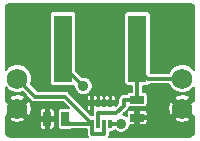
<source format=gtl>
G04 (created by PCBNEW (2013-03-04 BZR 3984)-stable) date 10/14/2013 9:35:43 AM*
%MOIN*%
G04 Gerber Fmt 3.4, Leading zero omitted, Abs format*
%FSLAX34Y34*%
G01*
G70*
G90*
G04 APERTURE LIST*
%ADD10C,0.006*%
%ADD11C,0.0688976*%
%ADD12R,0.025X0.045*%
%ADD13R,0.045X0.025*%
%ADD14R,0.011811X0.0295276*%
%ADD15R,0.0629921X0.224409*%
%ADD16C,0.035*%
%ADD17C,0.011811*%
%ADD18C,0.00590551*%
G04 APERTURE END LIST*
G54D10*
G54D11*
X81500Y-52000D03*
X76000Y-53000D03*
X76000Y-52000D03*
G54D12*
X77600Y-53350D03*
X77000Y-53350D03*
G54D13*
X80000Y-53300D03*
X80000Y-52700D03*
G54D14*
X78500Y-53500D03*
X78696Y-53500D03*
X78893Y-53500D03*
X79090Y-53500D03*
X79090Y-52811D03*
X78893Y-52811D03*
X78696Y-52811D03*
X78500Y-52811D03*
G54D15*
X80000Y-51000D03*
X77519Y-51000D03*
G54D11*
X81500Y-53000D03*
G54D16*
X76800Y-52200D03*
X80750Y-52400D03*
X80750Y-51600D03*
X78200Y-52250D03*
X79450Y-53500D03*
G54D17*
X80000Y-52700D02*
X80000Y-51000D01*
X80350Y-52000D02*
X80000Y-51650D01*
X80000Y-51650D02*
X80000Y-51000D01*
X81500Y-52000D02*
X80350Y-52000D01*
X80000Y-52700D02*
X79550Y-52700D01*
X78700Y-53150D02*
X79300Y-53150D01*
X78700Y-53496D02*
X78700Y-53150D01*
X78700Y-53496D02*
X78696Y-53500D01*
X79300Y-53150D02*
X79550Y-52900D01*
X79550Y-52700D02*
X79550Y-52900D01*
X78500Y-53500D02*
X77750Y-53500D01*
X77750Y-53500D02*
X77600Y-53350D01*
X77600Y-52600D02*
X76600Y-52600D01*
X78500Y-53500D02*
X77600Y-52600D01*
X76600Y-52600D02*
X76000Y-52000D01*
X78500Y-53850D02*
X78887Y-53850D01*
X78500Y-53500D02*
X78500Y-53850D01*
X78887Y-53850D02*
X78893Y-53843D01*
X78893Y-53500D02*
X78893Y-53843D01*
X78893Y-53843D02*
X78900Y-53850D01*
X79090Y-53500D02*
X79450Y-53500D01*
X77519Y-51569D02*
X77519Y-51000D01*
X78200Y-52250D02*
X77519Y-51569D01*
G54D10*
G36*
X78338Y-53940D02*
X77254Y-53940D01*
X77254Y-53549D01*
X77254Y-53150D01*
X77254Y-53099D01*
X77234Y-53051D01*
X77198Y-53015D01*
X77150Y-52995D01*
X77094Y-52995D01*
X77062Y-53027D01*
X77062Y-53279D01*
X77222Y-53279D01*
X77254Y-53247D01*
X77254Y-53150D01*
X77254Y-53549D01*
X77254Y-53452D01*
X77222Y-53420D01*
X77062Y-53420D01*
X77062Y-53672D01*
X77094Y-53704D01*
X77150Y-53704D01*
X77198Y-53684D01*
X77234Y-53648D01*
X77254Y-53600D01*
X77254Y-53549D01*
X77254Y-53940D01*
X76937Y-53940D01*
X76937Y-53672D01*
X76937Y-53420D01*
X76937Y-53279D01*
X76937Y-53027D01*
X76905Y-52995D01*
X76849Y-52995D01*
X76801Y-53015D01*
X76765Y-53051D01*
X76745Y-53099D01*
X76745Y-53150D01*
X76745Y-53247D01*
X76777Y-53279D01*
X76937Y-53279D01*
X76937Y-53420D01*
X76777Y-53420D01*
X76745Y-53452D01*
X76745Y-53549D01*
X76745Y-53600D01*
X76765Y-53648D01*
X76801Y-53684D01*
X76849Y-53704D01*
X76905Y-53704D01*
X76937Y-53672D01*
X76937Y-53940D01*
X76481Y-53940D01*
X76481Y-53043D01*
X76461Y-52855D01*
X76428Y-52775D01*
X76364Y-52734D01*
X76265Y-52834D01*
X76265Y-52635D01*
X76224Y-52571D01*
X76043Y-52518D01*
X75855Y-52538D01*
X75775Y-52571D01*
X75734Y-52635D01*
X76000Y-52900D01*
X76265Y-52635D01*
X76265Y-52834D01*
X76099Y-53000D01*
X76364Y-53265D01*
X76428Y-53224D01*
X76481Y-53043D01*
X76481Y-53940D01*
X76265Y-53940D01*
X76265Y-53364D01*
X76000Y-53099D01*
X75734Y-53364D01*
X75775Y-53428D01*
X75956Y-53481D01*
X76144Y-53461D01*
X76224Y-53428D01*
X76265Y-53364D01*
X76265Y-53940D01*
X75765Y-53940D01*
X75697Y-53927D01*
X75652Y-53897D01*
X75622Y-53852D01*
X75609Y-53784D01*
X75609Y-53248D01*
X75635Y-53265D01*
X75900Y-53000D01*
X75635Y-52734D01*
X75609Y-52751D01*
X75609Y-52279D01*
X75731Y-52401D01*
X75905Y-52473D01*
X76093Y-52474D01*
X76174Y-52440D01*
X76466Y-52733D01*
X76527Y-52774D01*
X76527Y-52774D01*
X76600Y-52788D01*
X77521Y-52788D01*
X77728Y-52995D01*
X77699Y-52995D01*
X77449Y-52995D01*
X77401Y-53015D01*
X77365Y-53051D01*
X77345Y-53099D01*
X77345Y-53150D01*
X77345Y-53600D01*
X77365Y-53648D01*
X77401Y-53684D01*
X77449Y-53704D01*
X77500Y-53704D01*
X77750Y-53704D01*
X77789Y-53688D01*
X78311Y-53688D01*
X78311Y-53850D01*
X78325Y-53922D01*
X78338Y-53940D01*
X78338Y-53940D01*
G37*
G54D18*
X78338Y-53940D02*
X77254Y-53940D01*
X77254Y-53549D01*
X77254Y-53150D01*
X77254Y-53099D01*
X77234Y-53051D01*
X77198Y-53015D01*
X77150Y-52995D01*
X77094Y-52995D01*
X77062Y-53027D01*
X77062Y-53279D01*
X77222Y-53279D01*
X77254Y-53247D01*
X77254Y-53150D01*
X77254Y-53549D01*
X77254Y-53452D01*
X77222Y-53420D01*
X77062Y-53420D01*
X77062Y-53672D01*
X77094Y-53704D01*
X77150Y-53704D01*
X77198Y-53684D01*
X77234Y-53648D01*
X77254Y-53600D01*
X77254Y-53549D01*
X77254Y-53940D01*
X76937Y-53940D01*
X76937Y-53672D01*
X76937Y-53420D01*
X76937Y-53279D01*
X76937Y-53027D01*
X76905Y-52995D01*
X76849Y-52995D01*
X76801Y-53015D01*
X76765Y-53051D01*
X76745Y-53099D01*
X76745Y-53150D01*
X76745Y-53247D01*
X76777Y-53279D01*
X76937Y-53279D01*
X76937Y-53420D01*
X76777Y-53420D01*
X76745Y-53452D01*
X76745Y-53549D01*
X76745Y-53600D01*
X76765Y-53648D01*
X76801Y-53684D01*
X76849Y-53704D01*
X76905Y-53704D01*
X76937Y-53672D01*
X76937Y-53940D01*
X76481Y-53940D01*
X76481Y-53043D01*
X76461Y-52855D01*
X76428Y-52775D01*
X76364Y-52734D01*
X76265Y-52834D01*
X76265Y-52635D01*
X76224Y-52571D01*
X76043Y-52518D01*
X75855Y-52538D01*
X75775Y-52571D01*
X75734Y-52635D01*
X76000Y-52900D01*
X76265Y-52635D01*
X76265Y-52834D01*
X76099Y-53000D01*
X76364Y-53265D01*
X76428Y-53224D01*
X76481Y-53043D01*
X76481Y-53940D01*
X76265Y-53940D01*
X76265Y-53364D01*
X76000Y-53099D01*
X75734Y-53364D01*
X75775Y-53428D01*
X75956Y-53481D01*
X76144Y-53461D01*
X76224Y-53428D01*
X76265Y-53364D01*
X76265Y-53940D01*
X75765Y-53940D01*
X75697Y-53927D01*
X75652Y-53897D01*
X75622Y-53852D01*
X75609Y-53784D01*
X75609Y-53248D01*
X75635Y-53265D01*
X75900Y-53000D01*
X75635Y-52734D01*
X75609Y-52751D01*
X75609Y-52279D01*
X75731Y-52401D01*
X75905Y-52473D01*
X76093Y-52474D01*
X76174Y-52440D01*
X76466Y-52733D01*
X76527Y-52774D01*
X76527Y-52774D01*
X76600Y-52788D01*
X77521Y-52788D01*
X77728Y-52995D01*
X77699Y-52995D01*
X77449Y-52995D01*
X77401Y-53015D01*
X77365Y-53051D01*
X77345Y-53099D01*
X77345Y-53150D01*
X77345Y-53600D01*
X77365Y-53648D01*
X77401Y-53684D01*
X77449Y-53704D01*
X77500Y-53704D01*
X77750Y-53704D01*
X77789Y-53688D01*
X78311Y-53688D01*
X78311Y-53850D01*
X78325Y-53922D01*
X78338Y-53940D01*
G54D10*
G36*
X81890Y-51720D02*
X81768Y-51598D01*
X81594Y-51526D01*
X81406Y-51525D01*
X81231Y-51597D01*
X81098Y-51731D01*
X81065Y-51811D01*
X80444Y-51811D01*
X80444Y-49852D01*
X80424Y-49804D01*
X80388Y-49768D01*
X80340Y-49748D01*
X80289Y-49748D01*
X79659Y-49748D01*
X79611Y-49768D01*
X79575Y-49804D01*
X79555Y-49852D01*
X79555Y-49903D01*
X79555Y-52147D01*
X79575Y-52195D01*
X79611Y-52231D01*
X79659Y-52251D01*
X79710Y-52251D01*
X79811Y-52251D01*
X79811Y-52445D01*
X79749Y-52445D01*
X79701Y-52465D01*
X79665Y-52501D01*
X79661Y-52511D01*
X79550Y-52511D01*
X79477Y-52525D01*
X79416Y-52566D01*
X79375Y-52627D01*
X79361Y-52700D01*
X79361Y-52821D01*
X79279Y-52904D01*
X79279Y-52689D01*
X79279Y-52637D01*
X79259Y-52589D01*
X79222Y-52553D01*
X79175Y-52533D01*
X79152Y-52533D01*
X79120Y-52566D01*
X79120Y-52740D01*
X79246Y-52740D01*
X79279Y-52708D01*
X79279Y-52689D01*
X79279Y-52904D01*
X79274Y-52909D01*
X79246Y-52881D01*
X79120Y-52881D01*
X79120Y-52889D01*
X79082Y-52889D01*
X79082Y-52689D01*
X79082Y-52637D01*
X79062Y-52589D01*
X79061Y-52588D01*
X79061Y-52566D01*
X79028Y-52533D01*
X79005Y-52533D01*
X78992Y-52539D01*
X78978Y-52533D01*
X78955Y-52533D01*
X78923Y-52566D01*
X78923Y-52588D01*
X78921Y-52589D01*
X78901Y-52637D01*
X78901Y-52689D01*
X78901Y-52708D01*
X78923Y-52729D01*
X78923Y-52740D01*
X78934Y-52740D01*
X79049Y-52740D01*
X79061Y-52740D01*
X79061Y-52729D01*
X79082Y-52708D01*
X79082Y-52689D01*
X79082Y-52889D01*
X79061Y-52889D01*
X79061Y-52881D01*
X79049Y-52881D01*
X78934Y-52881D01*
X78923Y-52881D01*
X78923Y-52889D01*
X78885Y-52889D01*
X78885Y-52689D01*
X78885Y-52637D01*
X78865Y-52589D01*
X78864Y-52588D01*
X78864Y-52566D01*
X78831Y-52533D01*
X78808Y-52533D01*
X78795Y-52539D01*
X78781Y-52533D01*
X78758Y-52533D01*
X78726Y-52566D01*
X78726Y-52588D01*
X78724Y-52589D01*
X78705Y-52637D01*
X78705Y-52689D01*
X78705Y-52708D01*
X78726Y-52729D01*
X78726Y-52740D01*
X78737Y-52740D01*
X78853Y-52740D01*
X78864Y-52740D01*
X78864Y-52729D01*
X78885Y-52708D01*
X78885Y-52689D01*
X78885Y-52889D01*
X78864Y-52889D01*
X78864Y-52881D01*
X78853Y-52881D01*
X78737Y-52881D01*
X78726Y-52881D01*
X78726Y-52889D01*
X78688Y-52889D01*
X78688Y-52689D01*
X78688Y-52637D01*
X78668Y-52589D01*
X78667Y-52588D01*
X78667Y-52566D01*
X78634Y-52533D01*
X78612Y-52533D01*
X78598Y-52539D01*
X78584Y-52533D01*
X78561Y-52533D01*
X78529Y-52566D01*
X78529Y-52588D01*
X78528Y-52589D01*
X78508Y-52637D01*
X78508Y-52689D01*
X78508Y-52708D01*
X78529Y-52729D01*
X78529Y-52740D01*
X78540Y-52740D01*
X78656Y-52740D01*
X78667Y-52740D01*
X78667Y-52729D01*
X78688Y-52708D01*
X78688Y-52689D01*
X78688Y-52889D01*
X78667Y-52889D01*
X78667Y-52881D01*
X78656Y-52881D01*
X78540Y-52881D01*
X78529Y-52881D01*
X78529Y-52892D01*
X78508Y-52913D01*
X78508Y-52933D01*
X78508Y-52984D01*
X78528Y-53032D01*
X78529Y-53033D01*
X78529Y-53055D01*
X78536Y-53062D01*
X78525Y-53077D01*
X78511Y-53150D01*
X78511Y-53222D01*
X78504Y-53222D01*
X78504Y-52189D01*
X78458Y-52077D01*
X78372Y-51991D01*
X78260Y-51945D01*
X78162Y-51945D01*
X77964Y-51747D01*
X77964Y-49852D01*
X77944Y-49804D01*
X77908Y-49768D01*
X77860Y-49748D01*
X77808Y-49748D01*
X77179Y-49748D01*
X77131Y-49768D01*
X77094Y-49804D01*
X77075Y-49852D01*
X77075Y-49903D01*
X77075Y-52147D01*
X77094Y-52195D01*
X77131Y-52231D01*
X77178Y-52251D01*
X77230Y-52251D01*
X77860Y-52251D01*
X77895Y-52237D01*
X77895Y-52310D01*
X77941Y-52422D01*
X78027Y-52508D01*
X78139Y-52554D01*
X78260Y-52554D01*
X78372Y-52508D01*
X78458Y-52422D01*
X78504Y-52310D01*
X78504Y-52189D01*
X78504Y-53222D01*
X78489Y-53222D01*
X78470Y-53203D01*
X78470Y-53055D01*
X78470Y-52881D01*
X78470Y-52740D01*
X78470Y-52566D01*
X78438Y-52533D01*
X78415Y-52533D01*
X78367Y-52553D01*
X78331Y-52589D01*
X78311Y-52637D01*
X78311Y-52689D01*
X78311Y-52708D01*
X78343Y-52740D01*
X78470Y-52740D01*
X78470Y-52881D01*
X78343Y-52881D01*
X78311Y-52913D01*
X78311Y-52933D01*
X78311Y-52984D01*
X78331Y-53032D01*
X78367Y-53068D01*
X78415Y-53088D01*
X78438Y-53088D01*
X78470Y-53055D01*
X78470Y-53203D01*
X77733Y-52466D01*
X77672Y-52425D01*
X77600Y-52411D01*
X76678Y-52411D01*
X76440Y-52174D01*
X76473Y-52094D01*
X76474Y-51906D01*
X76402Y-51731D01*
X76268Y-51598D01*
X76094Y-51526D01*
X75906Y-51525D01*
X75731Y-51597D01*
X75609Y-51720D01*
X75609Y-49665D01*
X75622Y-49597D01*
X75652Y-49552D01*
X75697Y-49522D01*
X75765Y-49509D01*
X81734Y-49509D01*
X81802Y-49522D01*
X81847Y-49552D01*
X81877Y-49597D01*
X81890Y-49665D01*
X81890Y-51720D01*
X81890Y-51720D01*
G37*
G54D18*
X81890Y-51720D02*
X81768Y-51598D01*
X81594Y-51526D01*
X81406Y-51525D01*
X81231Y-51597D01*
X81098Y-51731D01*
X81065Y-51811D01*
X80444Y-51811D01*
X80444Y-49852D01*
X80424Y-49804D01*
X80388Y-49768D01*
X80340Y-49748D01*
X80289Y-49748D01*
X79659Y-49748D01*
X79611Y-49768D01*
X79575Y-49804D01*
X79555Y-49852D01*
X79555Y-49903D01*
X79555Y-52147D01*
X79575Y-52195D01*
X79611Y-52231D01*
X79659Y-52251D01*
X79710Y-52251D01*
X79811Y-52251D01*
X79811Y-52445D01*
X79749Y-52445D01*
X79701Y-52465D01*
X79665Y-52501D01*
X79661Y-52511D01*
X79550Y-52511D01*
X79477Y-52525D01*
X79416Y-52566D01*
X79375Y-52627D01*
X79361Y-52700D01*
X79361Y-52821D01*
X79279Y-52904D01*
X79279Y-52689D01*
X79279Y-52637D01*
X79259Y-52589D01*
X79222Y-52553D01*
X79175Y-52533D01*
X79152Y-52533D01*
X79120Y-52566D01*
X79120Y-52740D01*
X79246Y-52740D01*
X79279Y-52708D01*
X79279Y-52689D01*
X79279Y-52904D01*
X79274Y-52909D01*
X79246Y-52881D01*
X79120Y-52881D01*
X79120Y-52889D01*
X79082Y-52889D01*
X79082Y-52689D01*
X79082Y-52637D01*
X79062Y-52589D01*
X79061Y-52588D01*
X79061Y-52566D01*
X79028Y-52533D01*
X79005Y-52533D01*
X78992Y-52539D01*
X78978Y-52533D01*
X78955Y-52533D01*
X78923Y-52566D01*
X78923Y-52588D01*
X78921Y-52589D01*
X78901Y-52637D01*
X78901Y-52689D01*
X78901Y-52708D01*
X78923Y-52729D01*
X78923Y-52740D01*
X78934Y-52740D01*
X79049Y-52740D01*
X79061Y-52740D01*
X79061Y-52729D01*
X79082Y-52708D01*
X79082Y-52689D01*
X79082Y-52889D01*
X79061Y-52889D01*
X79061Y-52881D01*
X79049Y-52881D01*
X78934Y-52881D01*
X78923Y-52881D01*
X78923Y-52889D01*
X78885Y-52889D01*
X78885Y-52689D01*
X78885Y-52637D01*
X78865Y-52589D01*
X78864Y-52588D01*
X78864Y-52566D01*
X78831Y-52533D01*
X78808Y-52533D01*
X78795Y-52539D01*
X78781Y-52533D01*
X78758Y-52533D01*
X78726Y-52566D01*
X78726Y-52588D01*
X78724Y-52589D01*
X78705Y-52637D01*
X78705Y-52689D01*
X78705Y-52708D01*
X78726Y-52729D01*
X78726Y-52740D01*
X78737Y-52740D01*
X78853Y-52740D01*
X78864Y-52740D01*
X78864Y-52729D01*
X78885Y-52708D01*
X78885Y-52689D01*
X78885Y-52889D01*
X78864Y-52889D01*
X78864Y-52881D01*
X78853Y-52881D01*
X78737Y-52881D01*
X78726Y-52881D01*
X78726Y-52889D01*
X78688Y-52889D01*
X78688Y-52689D01*
X78688Y-52637D01*
X78668Y-52589D01*
X78667Y-52588D01*
X78667Y-52566D01*
X78634Y-52533D01*
X78612Y-52533D01*
X78598Y-52539D01*
X78584Y-52533D01*
X78561Y-52533D01*
X78529Y-52566D01*
X78529Y-52588D01*
X78528Y-52589D01*
X78508Y-52637D01*
X78508Y-52689D01*
X78508Y-52708D01*
X78529Y-52729D01*
X78529Y-52740D01*
X78540Y-52740D01*
X78656Y-52740D01*
X78667Y-52740D01*
X78667Y-52729D01*
X78688Y-52708D01*
X78688Y-52689D01*
X78688Y-52889D01*
X78667Y-52889D01*
X78667Y-52881D01*
X78656Y-52881D01*
X78540Y-52881D01*
X78529Y-52881D01*
X78529Y-52892D01*
X78508Y-52913D01*
X78508Y-52933D01*
X78508Y-52984D01*
X78528Y-53032D01*
X78529Y-53033D01*
X78529Y-53055D01*
X78536Y-53062D01*
X78525Y-53077D01*
X78511Y-53150D01*
X78511Y-53222D01*
X78504Y-53222D01*
X78504Y-52189D01*
X78458Y-52077D01*
X78372Y-51991D01*
X78260Y-51945D01*
X78162Y-51945D01*
X77964Y-51747D01*
X77964Y-49852D01*
X77944Y-49804D01*
X77908Y-49768D01*
X77860Y-49748D01*
X77808Y-49748D01*
X77179Y-49748D01*
X77131Y-49768D01*
X77094Y-49804D01*
X77075Y-49852D01*
X77075Y-49903D01*
X77075Y-52147D01*
X77094Y-52195D01*
X77131Y-52231D01*
X77178Y-52251D01*
X77230Y-52251D01*
X77860Y-52251D01*
X77895Y-52237D01*
X77895Y-52310D01*
X77941Y-52422D01*
X78027Y-52508D01*
X78139Y-52554D01*
X78260Y-52554D01*
X78372Y-52508D01*
X78458Y-52422D01*
X78504Y-52310D01*
X78504Y-52189D01*
X78504Y-53222D01*
X78489Y-53222D01*
X78470Y-53203D01*
X78470Y-53055D01*
X78470Y-52881D01*
X78470Y-52740D01*
X78470Y-52566D01*
X78438Y-52533D01*
X78415Y-52533D01*
X78367Y-52553D01*
X78331Y-52589D01*
X78311Y-52637D01*
X78311Y-52689D01*
X78311Y-52708D01*
X78343Y-52740D01*
X78470Y-52740D01*
X78470Y-52881D01*
X78343Y-52881D01*
X78311Y-52913D01*
X78311Y-52933D01*
X78311Y-52984D01*
X78331Y-53032D01*
X78367Y-53068D01*
X78415Y-53088D01*
X78438Y-53088D01*
X78470Y-53055D01*
X78470Y-53203D01*
X77733Y-52466D01*
X77672Y-52425D01*
X77600Y-52411D01*
X76678Y-52411D01*
X76440Y-52174D01*
X76473Y-52094D01*
X76474Y-51906D01*
X76402Y-51731D01*
X76268Y-51598D01*
X76094Y-51526D01*
X75906Y-51525D01*
X75731Y-51597D01*
X75609Y-51720D01*
X75609Y-49665D01*
X75622Y-49597D01*
X75652Y-49552D01*
X75697Y-49522D01*
X75765Y-49509D01*
X81734Y-49509D01*
X81802Y-49522D01*
X81847Y-49552D01*
X81877Y-49597D01*
X81890Y-49665D01*
X81890Y-51720D01*
G54D10*
G36*
X81890Y-53784D02*
X81877Y-53852D01*
X81847Y-53897D01*
X81802Y-53927D01*
X81765Y-53934D01*
X81765Y-53364D01*
X81500Y-53099D01*
X81400Y-53199D01*
X81400Y-53000D01*
X81135Y-52734D01*
X81071Y-52775D01*
X81018Y-52956D01*
X81038Y-53144D01*
X81071Y-53224D01*
X81135Y-53265D01*
X81400Y-53000D01*
X81400Y-53199D01*
X81234Y-53364D01*
X81275Y-53428D01*
X81456Y-53481D01*
X81644Y-53461D01*
X81724Y-53428D01*
X81765Y-53364D01*
X81765Y-53934D01*
X81734Y-53940D01*
X80354Y-53940D01*
X80354Y-53450D01*
X80354Y-53149D01*
X80334Y-53101D01*
X80298Y-53065D01*
X80250Y-53045D01*
X80199Y-53045D01*
X80102Y-53045D01*
X80070Y-53077D01*
X80070Y-53237D01*
X80322Y-53237D01*
X80354Y-53205D01*
X80354Y-53149D01*
X80354Y-53450D01*
X80354Y-53394D01*
X80322Y-53362D01*
X80070Y-53362D01*
X80070Y-53522D01*
X80102Y-53554D01*
X80199Y-53554D01*
X80250Y-53554D01*
X80298Y-53534D01*
X80334Y-53498D01*
X80354Y-53450D01*
X80354Y-53940D01*
X79061Y-53940D01*
X79074Y-53922D01*
X79088Y-53850D01*
X79082Y-53818D01*
X79082Y-53777D01*
X79175Y-53777D01*
X79222Y-53757D01*
X79249Y-53730D01*
X79277Y-53758D01*
X79389Y-53804D01*
X79510Y-53804D01*
X79622Y-53758D01*
X79708Y-53672D01*
X79754Y-53560D01*
X79754Y-53554D01*
X79800Y-53554D01*
X79897Y-53554D01*
X79929Y-53522D01*
X79929Y-53362D01*
X79921Y-53362D01*
X79921Y-53237D01*
X79929Y-53237D01*
X79929Y-53077D01*
X79897Y-53045D01*
X79800Y-53045D01*
X79749Y-53045D01*
X79701Y-53065D01*
X79665Y-53101D01*
X79645Y-53149D01*
X79645Y-53205D01*
X79669Y-53229D01*
X79645Y-53229D01*
X79645Y-53264D01*
X79622Y-53241D01*
X79518Y-53198D01*
X79683Y-53033D01*
X79683Y-53033D01*
X79710Y-52992D01*
X79724Y-52972D01*
X79724Y-52972D01*
X79729Y-52946D01*
X79749Y-52954D01*
X79800Y-52954D01*
X80250Y-52954D01*
X80298Y-52934D01*
X80334Y-52898D01*
X80354Y-52850D01*
X80354Y-52799D01*
X80354Y-52549D01*
X80334Y-52501D01*
X80298Y-52465D01*
X80250Y-52445D01*
X80199Y-52445D01*
X80188Y-52445D01*
X80188Y-52251D01*
X80340Y-52251D01*
X80388Y-52231D01*
X80424Y-52195D01*
X80427Y-52188D01*
X81065Y-52188D01*
X81097Y-52268D01*
X81231Y-52401D01*
X81405Y-52473D01*
X81593Y-52474D01*
X81768Y-52402D01*
X81890Y-52279D01*
X81890Y-52751D01*
X81864Y-52734D01*
X81765Y-52834D01*
X81765Y-52635D01*
X81724Y-52571D01*
X81543Y-52518D01*
X81355Y-52538D01*
X81275Y-52571D01*
X81234Y-52635D01*
X81500Y-52900D01*
X81765Y-52635D01*
X81765Y-52834D01*
X81599Y-53000D01*
X81864Y-53265D01*
X81890Y-53248D01*
X81890Y-53784D01*
X81890Y-53784D01*
G37*
G54D18*
X81890Y-53784D02*
X81877Y-53852D01*
X81847Y-53897D01*
X81802Y-53927D01*
X81765Y-53934D01*
X81765Y-53364D01*
X81500Y-53099D01*
X81400Y-53199D01*
X81400Y-53000D01*
X81135Y-52734D01*
X81071Y-52775D01*
X81018Y-52956D01*
X81038Y-53144D01*
X81071Y-53224D01*
X81135Y-53265D01*
X81400Y-53000D01*
X81400Y-53199D01*
X81234Y-53364D01*
X81275Y-53428D01*
X81456Y-53481D01*
X81644Y-53461D01*
X81724Y-53428D01*
X81765Y-53364D01*
X81765Y-53934D01*
X81734Y-53940D01*
X80354Y-53940D01*
X80354Y-53450D01*
X80354Y-53149D01*
X80334Y-53101D01*
X80298Y-53065D01*
X80250Y-53045D01*
X80199Y-53045D01*
X80102Y-53045D01*
X80070Y-53077D01*
X80070Y-53237D01*
X80322Y-53237D01*
X80354Y-53205D01*
X80354Y-53149D01*
X80354Y-53450D01*
X80354Y-53394D01*
X80322Y-53362D01*
X80070Y-53362D01*
X80070Y-53522D01*
X80102Y-53554D01*
X80199Y-53554D01*
X80250Y-53554D01*
X80298Y-53534D01*
X80334Y-53498D01*
X80354Y-53450D01*
X80354Y-53940D01*
X79061Y-53940D01*
X79074Y-53922D01*
X79088Y-53850D01*
X79082Y-53818D01*
X79082Y-53777D01*
X79175Y-53777D01*
X79222Y-53757D01*
X79249Y-53730D01*
X79277Y-53758D01*
X79389Y-53804D01*
X79510Y-53804D01*
X79622Y-53758D01*
X79708Y-53672D01*
X79754Y-53560D01*
X79754Y-53554D01*
X79800Y-53554D01*
X79897Y-53554D01*
X79929Y-53522D01*
X79929Y-53362D01*
X79921Y-53362D01*
X79921Y-53237D01*
X79929Y-53237D01*
X79929Y-53077D01*
X79897Y-53045D01*
X79800Y-53045D01*
X79749Y-53045D01*
X79701Y-53065D01*
X79665Y-53101D01*
X79645Y-53149D01*
X79645Y-53205D01*
X79669Y-53229D01*
X79645Y-53229D01*
X79645Y-53264D01*
X79622Y-53241D01*
X79518Y-53198D01*
X79683Y-53033D01*
X79683Y-53033D01*
X79710Y-52992D01*
X79724Y-52972D01*
X79724Y-52972D01*
X79729Y-52946D01*
X79749Y-52954D01*
X79800Y-52954D01*
X80250Y-52954D01*
X80298Y-52934D01*
X80334Y-52898D01*
X80354Y-52850D01*
X80354Y-52799D01*
X80354Y-52549D01*
X80334Y-52501D01*
X80298Y-52465D01*
X80250Y-52445D01*
X80199Y-52445D01*
X80188Y-52445D01*
X80188Y-52251D01*
X80340Y-52251D01*
X80388Y-52231D01*
X80424Y-52195D01*
X80427Y-52188D01*
X81065Y-52188D01*
X81097Y-52268D01*
X81231Y-52401D01*
X81405Y-52473D01*
X81593Y-52474D01*
X81768Y-52402D01*
X81890Y-52279D01*
X81890Y-52751D01*
X81864Y-52734D01*
X81765Y-52834D01*
X81765Y-52635D01*
X81724Y-52571D01*
X81543Y-52518D01*
X81355Y-52538D01*
X81275Y-52571D01*
X81234Y-52635D01*
X81500Y-52900D01*
X81765Y-52635D01*
X81765Y-52834D01*
X81599Y-53000D01*
X81864Y-53265D01*
X81890Y-53248D01*
X81890Y-53784D01*
M02*

</source>
